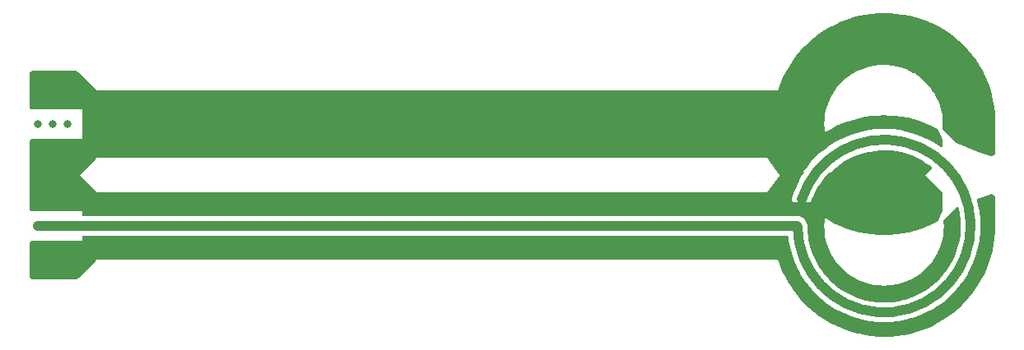
<source format=gbr>
G04 #@! TF.GenerationSoftware,KiCad,Pcbnew,8.0.4*
G04 #@! TF.CreationDate,2024-08-12T15:20:44-06:00*
G04 #@! TF.ProjectId,dual_loop_probe_fullground,6475616c-5f6c-46f6-9f70-5f70726f6265,rev?*
G04 #@! TF.SameCoordinates,Original*
G04 #@! TF.FileFunction,Copper,L2,Inr*
G04 #@! TF.FilePolarity,Positive*
%FSLAX46Y46*%
G04 Gerber Fmt 4.6, Leading zero omitted, Abs format (unit mm)*
G04 Created by KiCad (PCBNEW 8.0.4) date 2024-08-12 15:20:44*
%MOMM*%
%LPD*%
G01*
G04 APERTURE LIST*
G04 #@! TA.AperFunction,Conductor*
%ADD10C,0.100000*%
G04 #@! TD*
G04 #@! TA.AperFunction,Conductor*
%ADD11C,1.000000*%
G04 #@! TD*
G04 #@! TA.AperFunction,ComponentPad*
%ADD12R,4.190000X3.000000*%
G04 #@! TD*
G04 #@! TA.AperFunction,ViaPad*
%ADD13C,0.800000*%
G04 #@! TD*
G04 APERTURE END LIST*
D10*
X174000000Y-94500000D02*
X171000000Y-94500000D01*
X171000000Y-93500000D01*
X174000000Y-93500000D01*
X174000000Y-94500000D01*
G04 #@! TA.AperFunction,Conductor*
G36*
X174000000Y-94500000D02*
G01*
X171000000Y-94500000D01*
X171000000Y-93500000D01*
X174000000Y-93500000D01*
X174000000Y-94500000D01*
G37*
G04 #@! TD.AperFunction*
D11*
X172532511Y-93248745D02*
G75*
G02*
X172096755Y-96000000I8467489J-2751255D01*
G01*
D12*
X95500000Y-99325000D03*
X95500000Y-92675000D03*
X95500000Y-82350000D03*
X95500000Y-89000000D03*
D13*
X133000000Y-94000000D03*
X131500000Y-94000000D03*
X95500000Y-94000000D03*
X101500000Y-94000000D03*
X104500000Y-94000000D03*
X122500000Y-94000000D03*
X124000000Y-94000000D03*
X125500000Y-94000000D03*
X127000000Y-94000000D03*
X119500000Y-94000000D03*
X112000000Y-94000000D03*
X110500000Y-94000000D03*
X94000000Y-94000000D03*
X100000000Y-94000000D03*
X118000000Y-94000000D03*
X130000000Y-94000000D03*
X121000000Y-94000000D03*
X109000000Y-94000000D03*
X107500000Y-94000000D03*
X116500000Y-94000000D03*
X98500000Y-94000000D03*
X103000000Y-94000000D03*
X128500000Y-94000000D03*
X106000000Y-94000000D03*
X115000000Y-94000000D03*
X97000000Y-94000000D03*
X113500000Y-94000000D03*
X134500000Y-94000000D03*
X170500000Y-94000000D03*
X169000000Y-94000000D03*
X137500000Y-94000000D03*
X136000000Y-94000000D03*
X140500000Y-94000000D03*
X143500000Y-94000000D03*
X139000000Y-94000000D03*
X142000000Y-94000000D03*
X151000000Y-94000000D03*
X145000000Y-94000000D03*
X145000000Y-94000000D03*
X146500000Y-94000000D03*
X148000000Y-94000000D03*
X149500000Y-94000000D03*
X154000000Y-94000000D03*
X152500000Y-94000000D03*
X155500000Y-94000000D03*
X157000000Y-94000000D03*
X158500000Y-94000000D03*
X160000000Y-94000000D03*
X161500000Y-94000000D03*
X163000000Y-94000000D03*
X164500000Y-94000000D03*
X166000000Y-94000000D03*
X167500000Y-94000000D03*
X174160681Y-97491213D03*
X174635347Y-98913966D03*
X175402207Y-100202942D03*
X176426056Y-101298965D03*
X177659889Y-102151720D03*
X179047062Y-102722056D03*
X180523893Y-102983790D03*
X182022581Y-102924906D03*
X183474324Y-102548108D03*
X184812473Y-101870694D03*
X185975596Y-100923763D03*
X186910295Y-99750788D03*
X187573660Y-98405618D03*
X187935235Y-96950009D03*
X174160681Y-94508787D03*
X176189817Y-90750000D03*
X177393138Y-89793306D03*
X178759561Y-89174905D03*
X180226358Y-88861790D03*
X181726188Y-88868335D03*
X183190197Y-89194238D03*
X184551172Y-89824539D03*
X187935235Y-95500000D03*
X170892607Y-99477156D03*
X171491886Y-100883213D03*
X172285582Y-102189421D03*
X173257467Y-103369069D03*
X174387667Y-104398039D03*
X175653074Y-105255289D03*
X177027812Y-105923292D03*
X178483771Y-106388387D03*
X179991181Y-106641066D03*
X181519219Y-106676161D03*
X183036640Y-106492955D03*
X184512416Y-106095193D03*
X185916373Y-105491010D03*
X187219802Y-104692759D03*
X188396051Y-103716763D03*
X189421069Y-102582978D03*
X190273897Y-101314587D03*
X190937097Y-99937525D03*
X191397107Y-98479952D03*
X191644523Y-96971669D03*
X171000000Y-92250000D03*
X171500000Y-90750000D03*
X175653074Y-86744711D03*
X177027812Y-86076708D03*
X178483771Y-85611613D03*
X179991181Y-85358934D03*
X181519219Y-85323839D03*
X183036640Y-85507045D03*
X184512416Y-85904807D03*
X185916373Y-86508990D03*
X191397107Y-93520048D03*
X191644523Y-95028331D03*
X101500000Y-87500000D03*
X110500000Y-98000000D03*
X188451529Y-77783237D03*
X107500000Y-83500000D03*
X121000000Y-87500000D03*
X167500000Y-83500000D03*
X183474325Y-79001883D03*
X94000000Y-98000000D03*
X134500000Y-98000000D03*
X125500000Y-83500000D03*
X125500000Y-87500000D03*
X166000000Y-83500000D03*
X124000000Y-83500000D03*
X109000000Y-83500000D03*
X173000000Y-94000000D03*
X160000000Y-98000000D03*
X97007460Y-89003531D03*
X100000000Y-98000000D03*
X180523894Y-78566201D03*
X130000000Y-98000000D03*
X121000000Y-98000000D03*
X158500000Y-83500000D03*
X121000000Y-83500000D03*
X140500000Y-87500000D03*
X140500000Y-83500000D03*
X175628427Y-94707958D03*
X113500000Y-87500000D03*
X187935236Y-86000000D03*
X174000001Y-85549991D03*
X185888882Y-95045517D03*
X95500000Y-83500000D03*
X191694380Y-86426685D03*
X151000000Y-98000000D03*
X164500000Y-87500000D03*
X163000000Y-98000000D03*
X119500000Y-87500000D03*
X191452585Y-83020048D03*
X172000000Y-87500000D03*
X112000000Y-83500000D03*
X181480182Y-96186973D03*
X136000000Y-87500000D03*
X170500000Y-98000000D03*
X134500000Y-83500000D03*
X185971851Y-76008990D03*
X97000000Y-90250000D03*
X174635348Y-82636025D03*
X161500000Y-83500000D03*
X167500000Y-98000000D03*
X140500000Y-98000000D03*
X149500000Y-87500000D03*
X97000000Y-98000000D03*
X122500000Y-83500000D03*
X146500000Y-83500000D03*
X163000000Y-87500000D03*
X130000000Y-83500000D03*
X160000000Y-83500000D03*
X106000000Y-98000000D03*
X145000000Y-83500000D03*
X190329375Y-80185413D03*
X95500000Y-98000000D03*
X95500000Y-100500000D03*
X187573661Y-83144373D03*
X113500000Y-83500000D03*
X109000000Y-98000000D03*
X169000000Y-83500000D03*
X180191817Y-92566997D03*
X160000000Y-87500000D03*
X174443145Y-77101961D03*
X94000000Y-100500000D03*
X130000000Y-87500000D03*
X166000000Y-87500000D03*
X179952568Y-96136716D03*
X103000000Y-83500000D03*
X115000000Y-87500000D03*
X137500000Y-98000000D03*
X128500000Y-98000000D03*
X119500000Y-83500000D03*
X155500000Y-87500000D03*
X100000000Y-83500000D03*
X94000000Y-87750000D03*
X142000000Y-83500000D03*
X118000000Y-87500000D03*
X107500000Y-87500000D03*
X137500000Y-87500000D03*
X151000000Y-87500000D03*
X98500000Y-83500000D03*
X149500000Y-98000000D03*
X142000000Y-98000000D03*
X94000000Y-90250000D03*
X145000000Y-83500000D03*
X152500000Y-87500000D03*
X98500000Y-87500000D03*
X118000000Y-83500000D03*
X109000000Y-87500000D03*
X183158444Y-92260427D03*
X145000000Y-98000000D03*
X157000000Y-83500000D03*
X155500000Y-98000000D03*
X182022582Y-78625085D03*
X170500000Y-87500000D03*
X145000000Y-87500000D03*
X164500000Y-83500000D03*
X152500000Y-98000000D03*
X174000000Y-96000000D03*
X136000000Y-98000000D03*
X116500000Y-87500000D03*
X134500000Y-87500000D03*
X187275280Y-76807241D03*
X175708552Y-76244711D03*
X158500000Y-98000000D03*
X191446964Y-87934968D03*
X173000000Y-87500000D03*
X189476547Y-78917022D03*
X124000000Y-87500000D03*
X131500000Y-87500000D03*
X186910296Y-81799203D03*
X97000000Y-87750000D03*
X177083290Y-75576708D03*
X146500000Y-98000000D03*
X163000000Y-83500000D03*
X115000000Y-98000000D03*
X136000000Y-83500000D03*
X97000000Y-83500919D03*
X180046659Y-74858934D03*
X110500000Y-87500000D03*
X161500000Y-87500000D03*
X137500000Y-83500000D03*
X125500000Y-98000000D03*
X127000000Y-98000000D03*
X161500000Y-98000000D03*
X97007460Y-99253531D03*
X166000000Y-98000000D03*
X184524867Y-91642026D03*
X175402208Y-81347049D03*
X139000000Y-83500000D03*
X101500000Y-83500000D03*
X106000000Y-87500000D03*
X116500000Y-98000000D03*
X128500000Y-83500000D03*
X94000000Y-91500000D03*
X127000000Y-87500000D03*
X178539249Y-75111613D03*
X100000000Y-87500000D03*
X167500000Y-87500000D03*
X182999347Y-96018834D03*
X98500000Y-98000000D03*
X178447741Y-95869090D03*
X148000000Y-87500000D03*
X112000000Y-98000000D03*
X177366833Y-91610793D03*
X183092118Y-75007045D03*
X157000000Y-87500000D03*
X94000000Y-83500000D03*
X169000000Y-87500000D03*
X154000000Y-87500000D03*
X179047063Y-78827935D03*
X176426057Y-80251026D03*
X171000000Y-89250000D03*
X128500000Y-87500000D03*
X107500000Y-98000000D03*
X94000000Y-81000000D03*
X148000000Y-98000000D03*
X149500000Y-83500000D03*
X110500000Y-83500000D03*
X122500000Y-98000000D03*
X181574697Y-74823839D03*
X158500000Y-87500000D03*
X133000000Y-83500000D03*
X190992575Y-81562475D03*
X131500000Y-83500000D03*
X95500000Y-81000000D03*
X170948085Y-82022844D03*
X97000000Y-91500000D03*
X112000000Y-87500000D03*
X104500000Y-83500000D03*
X178727808Y-92241094D03*
X154000000Y-98000000D03*
X187935236Y-84599982D03*
X172000000Y-94000000D03*
X185975597Y-80626228D03*
X127000000Y-83500000D03*
X155500000Y-83500000D03*
X146500000Y-87500000D03*
X133000000Y-87500000D03*
X118000000Y-98000000D03*
X143500000Y-87500000D03*
X177659890Y-79398271D03*
X142000000Y-87500000D03*
X148000000Y-83500000D03*
X176996468Y-95389569D03*
X104500000Y-98000000D03*
X154000000Y-83500000D03*
X172341060Y-79310579D03*
X184478999Y-95635737D03*
X181691647Y-92573542D03*
X95500000Y-90250000D03*
X131500000Y-98000000D03*
X191700001Y-84528331D03*
X106000000Y-83500000D03*
X174160682Y-84058778D03*
X164500000Y-98000000D03*
X97000000Y-100500000D03*
X122500000Y-87500000D03*
X145000000Y-87500000D03*
X103000000Y-87500000D03*
X104500000Y-87500000D03*
X101500000Y-98000000D03*
X173312945Y-78130931D03*
X124000000Y-98000000D03*
X174160682Y-87041204D03*
X113500000Y-98000000D03*
X184812474Y-79679297D03*
X170555478Y-83500000D03*
X139000000Y-98000000D03*
X119500000Y-98000000D03*
X152500000Y-83500000D03*
X184567894Y-75404807D03*
X95500000Y-87750000D03*
X151000000Y-83500000D03*
X143500000Y-83500000D03*
X95500000Y-91500000D03*
X103000000Y-98000000D03*
X143500000Y-98000000D03*
X133000000Y-98000000D03*
X139000000Y-87500000D03*
X97007194Y-92739008D03*
X116500000Y-83500000D03*
X169000000Y-98000000D03*
X115000000Y-83500000D03*
X97007194Y-82239008D03*
X145000000Y-98000000D03*
X157000000Y-98000000D03*
X97000000Y-81000000D03*
X171547364Y-80616787D03*
X97000000Y-96000000D03*
X94000000Y-96000000D03*
X95500000Y-96000632D03*
X97000000Y-85500919D03*
X95500000Y-85500919D03*
X94000000Y-85500919D03*
D11*
X97652302Y-96000000D02*
X94000000Y-96000000D01*
X98000112Y-96000000D02*
X172000000Y-96000000D01*
G04 #@! TA.AperFunction,Conductor*
G36*
X192078221Y-92729783D02*
G01*
X192112201Y-92736407D01*
X192209103Y-92769637D01*
X192239998Y-92785260D01*
X192324194Y-92843608D01*
X192349671Y-92867051D01*
X192395746Y-92922975D01*
X192423625Y-92988269D01*
X192424500Y-93003095D01*
X192424500Y-95998248D01*
X192424450Y-96001782D01*
X192406626Y-96637038D01*
X192406230Y-96644094D01*
X192352962Y-97275607D01*
X192352171Y-97282631D01*
X192263576Y-97910179D01*
X192262392Y-97917146D01*
X192138753Y-98538725D01*
X192137180Y-98545616D01*
X191978884Y-99159276D01*
X191976928Y-99166067D01*
X191784464Y-99769916D01*
X191782129Y-99776587D01*
X191556127Y-100368651D01*
X191553423Y-100375181D01*
X191294560Y-100953682D01*
X191291493Y-100960050D01*
X191000607Y-101523114D01*
X190997188Y-101529299D01*
X190675202Y-102075146D01*
X190671442Y-102081131D01*
X190319337Y-102608093D01*
X190315247Y-102613857D01*
X189934166Y-103120225D01*
X189929760Y-103125751D01*
X189520866Y-103609979D01*
X189516156Y-103615249D01*
X189080769Y-104075772D01*
X189075772Y-104080769D01*
X188615249Y-104516156D01*
X188609979Y-104520866D01*
X188125751Y-104929760D01*
X188120225Y-104934166D01*
X187613857Y-105315247D01*
X187608093Y-105319337D01*
X187081131Y-105671442D01*
X187075146Y-105675202D01*
X186529299Y-105997188D01*
X186523114Y-106000607D01*
X185960050Y-106291493D01*
X185953682Y-106294560D01*
X185375181Y-106553423D01*
X185368651Y-106556127D01*
X184776587Y-106782129D01*
X184769916Y-106784464D01*
X184166067Y-106976928D01*
X184159276Y-106978884D01*
X183545616Y-107137180D01*
X183538725Y-107138753D01*
X182917146Y-107262392D01*
X182910179Y-107263576D01*
X182282631Y-107352171D01*
X182275607Y-107352962D01*
X181644094Y-107406230D01*
X181637038Y-107406626D01*
X181148740Y-107420326D01*
X181091250Y-107408238D01*
X181076242Y-107401126D01*
X181076241Y-107401126D01*
X181076239Y-107401125D01*
X181044026Y-107401325D01*
X181042169Y-107401322D01*
X181041468Y-107401316D01*
X181039739Y-107401290D01*
X180394673Y-107386916D01*
X180387498Y-107386551D01*
X179745750Y-107335549D01*
X179738606Y-107334776D01*
X179100794Y-107247274D01*
X179093707Y-107246095D01*
X178461927Y-107122384D01*
X178454918Y-107120803D01*
X177831195Y-106961275D01*
X177824288Y-106959296D01*
X177210713Y-106764489D01*
X177203930Y-106762121D01*
X176602431Y-106532648D01*
X176595794Y-106529897D01*
X176008343Y-106266509D01*
X176001874Y-106263383D01*
X175430417Y-105966952D01*
X175424156Y-105963475D01*
X174870467Y-105634919D01*
X174864405Y-105631083D01*
X174330396Y-105271537D01*
X174324553Y-105267356D01*
X173811897Y-104877949D01*
X173806302Y-104873442D01*
X173316671Y-104455444D01*
X173311342Y-104450625D01*
X172846347Y-104005413D01*
X172841301Y-104000299D01*
X172402421Y-103529287D01*
X172397674Y-103523892D01*
X171986359Y-103028634D01*
X171981929Y-103022979D01*
X171926882Y-102948430D01*
X171599516Y-102505089D01*
X171595421Y-102499199D01*
X171594166Y-102497280D01*
X171243129Y-101960322D01*
X171239376Y-101954206D01*
X171216973Y-101915258D01*
X170975468Y-101495388D01*
X170918392Y-101396159D01*
X170914989Y-101389832D01*
X170899312Y-101358579D01*
X170626319Y-100814365D01*
X170623309Y-100807909D01*
X170367907Y-100216920D01*
X170365263Y-100210291D01*
X170155376Y-99636886D01*
X170150976Y-99621209D01*
X170150498Y-99620055D01*
X170150498Y-99620053D01*
X170142758Y-99601372D01*
X170139670Y-99593109D01*
X170131864Y-99569738D01*
X170131862Y-99569736D01*
X170130750Y-99567908D01*
X170107825Y-99544986D01*
X170106563Y-99543706D01*
X170106512Y-99543654D01*
X170104588Y-99541674D01*
X170083983Y-99520474D01*
X170083981Y-99520473D01*
X170057138Y-99510649D01*
X170052252Y-99508744D01*
X170028440Y-99498883D01*
X170022704Y-99497273D01*
X170019462Y-99496861D01*
X169998757Y-99498896D01*
X169986447Y-99499500D01*
X169041535Y-99499568D01*
X169013301Y-99499568D01*
X169013297Y-99499569D01*
X169002773Y-99503928D01*
X169000000Y-99500000D01*
X168740922Y-99500000D01*
X168740916Y-99500000D01*
X100207104Y-99500000D01*
X100000000Y-99500000D01*
X99853558Y-99646442D01*
X99853537Y-99646461D01*
X98152287Y-101347712D01*
X98139896Y-101358579D01*
X98056055Y-101422913D01*
X98027569Y-101439360D01*
X97937627Y-101476615D01*
X97905856Y-101485128D01*
X97827917Y-101495388D01*
X97801080Y-101498922D01*
X97784635Y-101500000D01*
X93508258Y-101500000D01*
X93491812Y-101498922D01*
X93387037Y-101485128D01*
X93355265Y-101476615D01*
X93265326Y-101439361D01*
X93236840Y-101422914D01*
X93159605Y-101363649D01*
X93136351Y-101340396D01*
X93101536Y-101295024D01*
X93075937Y-101228807D01*
X93075500Y-101218323D01*
X93075500Y-97781677D01*
X93095502Y-97713556D01*
X93101531Y-97704981D01*
X93136351Y-97659603D01*
X93159603Y-97636351D01*
X93236843Y-97577082D01*
X93265321Y-97560640D01*
X93355270Y-97523382D01*
X93387033Y-97514872D01*
X93468592Y-97504134D01*
X93491813Y-97501078D01*
X93508258Y-97500000D01*
X97999993Y-97500000D01*
X98000000Y-97500000D01*
X98500000Y-97500000D01*
X98500000Y-97077301D01*
X98514233Y-97045127D01*
X98573498Y-97006035D01*
X98610433Y-97000500D01*
X171032850Y-97000500D01*
X171100971Y-97020502D01*
X171147464Y-97074158D01*
X171157855Y-97110705D01*
X171179575Y-97282631D01*
X171213357Y-97550046D01*
X171213359Y-97550059D01*
X171330000Y-98161511D01*
X171330001Y-98161519D01*
X171484798Y-98764413D01*
X171484805Y-98764437D01*
X171677158Y-99356433D01*
X171906305Y-99935193D01*
X171906313Y-99935211D01*
X172111835Y-100371967D01*
X172171342Y-100498426D01*
X172345050Y-100814400D01*
X172471224Y-101043909D01*
X172471229Y-101043917D01*
X172804759Y-101569475D01*
X172804767Y-101569487D01*
X173170634Y-102073060D01*
X173170639Y-102073067D01*
X173567409Y-102552680D01*
X173567418Y-102552690D01*
X173567424Y-102552697D01*
X173694841Y-102688383D01*
X173993537Y-103006462D01*
X174133836Y-103138211D01*
X174447303Y-103432576D01*
X174447310Y-103432582D01*
X174447319Y-103432590D01*
X174569665Y-103533803D01*
X174884516Y-103794271D01*
X174926932Y-103829360D01*
X174926939Y-103829365D01*
X175430511Y-104195232D01*
X175430523Y-104195240D01*
X175943627Y-104520866D01*
X175956095Y-104528778D01*
X176501574Y-104828657D01*
X177064807Y-105093695D01*
X177643570Y-105322843D01*
X177982287Y-105432899D01*
X178235562Y-105515194D01*
X178235586Y-105515201D01*
X178838479Y-105669998D01*
X178838485Y-105669998D01*
X178838498Y-105670002D01*
X179449948Y-105786642D01*
X179885818Y-105841705D01*
X180067505Y-105864658D01*
X180067509Y-105864658D01*
X180067515Y-105864659D01*
X180688750Y-105903744D01*
X180688752Y-105903745D01*
X180688762Y-105903745D01*
X181311247Y-105903745D01*
X181311247Y-105903744D01*
X181932485Y-105864659D01*
X181932491Y-105864658D01*
X181932494Y-105864658D01*
X181932495Y-105864658D01*
X182091706Y-105844544D01*
X182550052Y-105786642D01*
X183161501Y-105670002D01*
X183161514Y-105669998D01*
X183161519Y-105669998D01*
X183764412Y-105515201D01*
X183764410Y-105515201D01*
X183764420Y-105515199D01*
X183764430Y-105515195D01*
X183764436Y-105515194D01*
X183860552Y-105483963D01*
X184356430Y-105322843D01*
X184935193Y-105093695D01*
X185498425Y-104828658D01*
X186043905Y-104528778D01*
X186043913Y-104528772D01*
X186043920Y-104528769D01*
X186372552Y-104320212D01*
X186569478Y-104195239D01*
X187073071Y-103829357D01*
X187552697Y-103432576D01*
X188006462Y-103006463D01*
X188432576Y-102552698D01*
X188829357Y-102073072D01*
X189195238Y-101569479D01*
X189528777Y-101043905D01*
X189828657Y-100498426D01*
X190093694Y-99935194D01*
X190322843Y-99356431D01*
X190515199Y-98764421D01*
X190563493Y-98576327D01*
X190669998Y-98161520D01*
X190669999Y-98161512D01*
X190670002Y-98161502D01*
X190786642Y-97550052D01*
X190848984Y-97056564D01*
X190864658Y-96932495D01*
X190864658Y-96932494D01*
X190865255Y-96923017D01*
X190903744Y-96311248D01*
X190903745Y-96311248D01*
X190903745Y-95688752D01*
X190903744Y-95688751D01*
X190899262Y-95617508D01*
X190864659Y-95067516D01*
X190864096Y-95063063D01*
X190823912Y-94744973D01*
X190786642Y-94449949D01*
X190670002Y-93838499D01*
X190669998Y-93838486D01*
X190669998Y-93838480D01*
X190545378Y-93353120D01*
X190547810Y-93282165D01*
X190588218Y-93223789D01*
X190623172Y-93203810D01*
X191816303Y-92756386D01*
X191832911Y-92751432D01*
X191941443Y-92727054D01*
X191975936Y-92724181D01*
X192078221Y-92729783D01*
G37*
G04 #@! TD.AperFunction*
G04 #@! TA.AperFunction,Conductor*
G36*
X98603553Y-91103553D02*
G01*
X98603567Y-91103568D01*
X99853537Y-92353538D01*
X99853547Y-92353547D01*
X100000000Y-92500000D01*
X168750000Y-92500000D01*
X169000000Y-92500000D01*
X170500000Y-90500000D01*
X172760668Y-90500000D01*
X172471230Y-90956081D01*
X172471225Y-90956089D01*
X172171339Y-91501580D01*
X171906314Y-92064787D01*
X171906306Y-92064805D01*
X171677153Y-92643579D01*
X171580979Y-92939573D01*
X171552331Y-93027742D01*
X171552328Y-93027754D01*
X171528410Y-93211613D01*
X171528410Y-93211617D01*
X171538684Y-93396743D01*
X171538685Y-93396750D01*
X171538686Y-93396752D01*
X171582803Y-93576846D01*
X171582804Y-93576848D01*
X171659264Y-93745770D01*
X171765452Y-93897755D01*
X171765457Y-93897762D01*
X171765459Y-93897764D01*
X171897777Y-94027659D01*
X172051709Y-94131029D01*
X172222015Y-94204353D01*
X172312146Y-94224675D01*
X172402892Y-94245136D01*
X172402891Y-94245136D01*
X172421392Y-94245819D01*
X172588188Y-94251987D01*
X172771585Y-94224675D01*
X172946841Y-94164128D01*
X173107987Y-94072409D01*
X173249536Y-93952641D01*
X173366668Y-93808903D01*
X173455394Y-93646089D01*
X173483388Y-93559932D01*
X173484783Y-93555884D01*
X173672413Y-93040702D01*
X173675706Y-93032561D01*
X173898110Y-92533862D01*
X173901977Y-92525949D01*
X174158834Y-92044065D01*
X174163234Y-92036468D01*
X174453256Y-91573815D01*
X174458191Y-91566525D01*
X174779952Y-91125376D01*
X174785392Y-91118442D01*
X175137340Y-90700926D01*
X175143216Y-90694432D01*
X175331983Y-90500000D01*
X183000000Y-90500000D01*
X184000000Y-90500000D01*
X185000000Y-90500000D01*
X185603553Y-91103553D01*
X185603567Y-91103568D01*
X186847712Y-92347712D01*
X186858579Y-92360103D01*
X186922913Y-92443944D01*
X186939360Y-92472430D01*
X186976615Y-92562372D01*
X186985128Y-92594143D01*
X186998922Y-92698917D01*
X187000000Y-92715364D01*
X187000000Y-94374658D01*
X186999154Y-94389232D01*
X186988320Y-94482269D01*
X186981625Y-94510631D01*
X186949705Y-94598698D01*
X186943944Y-94612111D01*
X186552760Y-95394480D01*
X186500000Y-95500000D01*
X186525447Y-95500000D01*
X186516288Y-95521062D01*
X186482297Y-95549577D01*
X186447840Y-95569354D01*
X186441741Y-95572635D01*
X185884877Y-95852748D01*
X185878607Y-95855688D01*
X185307246Y-96104759D01*
X185300823Y-96107351D01*
X184716607Y-96324665D01*
X184710053Y-96326901D01*
X184114773Y-96511791D01*
X184108105Y-96513662D01*
X183503602Y-96665556D01*
X183496841Y-96667059D01*
X182884880Y-96785514D01*
X182878047Y-96786643D01*
X182260493Y-96871299D01*
X182253609Y-96872050D01*
X181632354Y-96922645D01*
X181625438Y-96923017D01*
X181002348Y-96939401D01*
X180995423Y-96939393D01*
X180372355Y-96921518D01*
X180365440Y-96921129D01*
X179744310Y-96869047D01*
X179737427Y-96868279D01*
X179120090Y-96782148D01*
X179113260Y-96781003D01*
X178501581Y-96661083D01*
X178494824Y-96659564D01*
X177890680Y-96506222D01*
X177884017Y-96504335D01*
X177289188Y-96318024D01*
X177282638Y-96315773D01*
X176698958Y-96097066D01*
X176692542Y-96094459D01*
X176121747Y-95844008D01*
X176115484Y-95841052D01*
X176024768Y-95795148D01*
X175559314Y-95559618D01*
X175553223Y-95556322D01*
X175043261Y-95262015D01*
X175026842Y-95249966D01*
X175013439Y-95243843D01*
X174999838Y-95236594D01*
X174998049Y-95235495D01*
X174994093Y-95233064D01*
X174989451Y-95230212D01*
X174988818Y-95230060D01*
X174984794Y-95228670D01*
X174980540Y-95228591D01*
X174979896Y-95228517D01*
X174967935Y-95230938D01*
X174952690Y-95233064D01*
X174940539Y-95234007D01*
X174939949Y-95234251D01*
X174935863Y-95235495D01*
X174932378Y-95237930D01*
X174931806Y-95238252D01*
X174923553Y-95247242D01*
X174912467Y-95257925D01*
X174903190Y-95265830D01*
X174902851Y-95266383D01*
X174900285Y-95269781D01*
X174898896Y-95273802D01*
X174898625Y-95274393D01*
X174897234Y-95286508D01*
X174894544Y-95301673D01*
X174891685Y-95313520D01*
X174891733Y-95314128D01*
X174891285Y-95338259D01*
X174868324Y-95537945D01*
X174850969Y-96019135D01*
X174871317Y-96500194D01*
X174929244Y-96978195D01*
X174929248Y-96978216D01*
X175024393Y-97450199D01*
X175024395Y-97450207D01*
X175156179Y-97913294D01*
X175156188Y-97913322D01*
X175323805Y-98364689D01*
X175323816Y-98364715D01*
X175526226Y-98801559D01*
X175526230Y-98801567D01*
X175526235Y-98801577D01*
X175762224Y-99221280D01*
X176030329Y-99621231D01*
X176328907Y-99998978D01*
X176468419Y-100149580D01*
X176656122Y-100352204D01*
X176656131Y-100352213D01*
X177009965Y-100678735D01*
X177009972Y-100678741D01*
X177009979Y-100678747D01*
X177388298Y-100976600D01*
X177788762Y-101243938D01*
X177788765Y-101243940D01*
X177788770Y-101243943D01*
X177974152Y-101347712D01*
X178208916Y-101479123D01*
X178404926Y-101569487D01*
X178578482Y-101649500D01*
X178646185Y-101680712D01*
X179097885Y-101847469D01*
X179561249Y-101978372D01*
X180033435Y-102072618D01*
X180511547Y-102129629D01*
X180992654Y-102149056D01*
X180992658Y-102149055D01*
X180992662Y-102149056D01*
X181473790Y-102130780D01*
X181473794Y-102130779D01*
X181473807Y-102130779D01*
X181881390Y-102083164D01*
X181952047Y-102074911D01*
X181952050Y-102074910D01*
X181952054Y-102074910D01*
X181952059Y-102074908D01*
X181952071Y-102074907D01*
X182097555Y-102046230D01*
X182424463Y-101981793D01*
X182888138Y-101851997D01*
X183340236Y-101686320D01*
X183777985Y-101485776D01*
X184198700Y-101251596D01*
X184198700Y-101251595D01*
X184198707Y-101251592D01*
X184198713Y-101251588D01*
X184599787Y-100985225D01*
X184599787Y-100985224D01*
X184599802Y-100985215D01*
X184826144Y-100807888D01*
X184978810Y-100688283D01*
X184978815Y-100688278D01*
X184978831Y-100688266D01*
X185333464Y-100362572D01*
X185661525Y-100010127D01*
X185961005Y-99633094D01*
X186230065Y-99233785D01*
X186467056Y-98814647D01*
X186473159Y-98801559D01*
X186578173Y-98576327D01*
X186670526Y-98378250D01*
X186839226Y-97927272D01*
X186972123Y-97464476D01*
X187068401Y-96992700D01*
X187127469Y-96514838D01*
X187145681Y-96107351D01*
X187148967Y-96033830D01*
X187148967Y-96033819D01*
X187132762Y-95552592D01*
X187120794Y-95446280D01*
X187133050Y-95376350D01*
X187156902Y-95343096D01*
X188418672Y-94081327D01*
X188428644Y-94072366D01*
X188468508Y-94040212D01*
X188534086Y-94013015D01*
X188603960Y-94025589D01*
X188655944Y-94073944D01*
X188669237Y-94105376D01*
X188695008Y-94200615D01*
X188697017Y-94209230D01*
X188802297Y-94744973D01*
X188803697Y-94753708D01*
X188871127Y-95295519D01*
X188871911Y-95304331D01*
X188901158Y-95849538D01*
X188901322Y-95858383D01*
X188892241Y-96404318D01*
X188891783Y-96413152D01*
X188844421Y-96957077D01*
X188843345Y-96965858D01*
X188757930Y-97505141D01*
X188756240Y-97513824D01*
X188633201Y-98045770D01*
X188630906Y-98054314D01*
X188470842Y-98576327D01*
X188467953Y-98584688D01*
X188271661Y-99094169D01*
X188268193Y-99102307D01*
X188036631Y-99596771D01*
X188032600Y-99604646D01*
X187766921Y-100081631D01*
X187762348Y-100089204D01*
X187463849Y-100546381D01*
X187458756Y-100553614D01*
X187128904Y-100988735D01*
X187123315Y-100995592D01*
X186763774Y-101406462D01*
X186757719Y-101412911D01*
X186370206Y-101797570D01*
X186363712Y-101803578D01*
X185950185Y-102160081D01*
X185943286Y-102165619D01*
X185505746Y-102492241D01*
X185498476Y-102497280D01*
X185039120Y-102792381D01*
X185031514Y-102796899D01*
X184552553Y-103059059D01*
X184544648Y-103063031D01*
X184048501Y-103290924D01*
X184040338Y-103294332D01*
X183529409Y-103486857D01*
X183521026Y-103489684D01*
X182997856Y-103645882D01*
X182989296Y-103648114D01*
X182456436Y-103767222D01*
X182447740Y-103768847D01*
X181907854Y-103850270D01*
X181899066Y-103851281D01*
X181354809Y-103894621D01*
X181345971Y-103895014D01*
X180799986Y-103900059D01*
X180791143Y-103899830D01*
X180246163Y-103866554D01*
X180237357Y-103865705D01*
X179696050Y-103794271D01*
X179687326Y-103792806D01*
X179152378Y-103683569D01*
X179143778Y-103681496D01*
X178617812Y-103534992D01*
X178609379Y-103532321D01*
X178094969Y-103349267D01*
X178086744Y-103346010D01*
X177586471Y-103127325D01*
X177578501Y-103123503D01*
X177272492Y-102963285D01*
X177094779Y-102870239D01*
X177087091Y-102865863D01*
X176622349Y-102579294D01*
X176614986Y-102574389D01*
X176371619Y-102399626D01*
X176171487Y-102255910D01*
X176164503Y-102250513D01*
X175744438Y-101901696D01*
X175737836Y-101895810D01*
X175692035Y-101851997D01*
X175512977Y-101680709D01*
X175343295Y-101518390D01*
X175337131Y-101512065D01*
X174970017Y-101107863D01*
X174964320Y-101101129D01*
X174945672Y-101077452D01*
X174725186Y-100797499D01*
X174626492Y-100672187D01*
X174621266Y-100665049D01*
X174314381Y-100213481D01*
X174309669Y-100205995D01*
X174035205Y-99733976D01*
X174031036Y-99726191D01*
X173790369Y-99236074D01*
X173786756Y-99228012D01*
X173784018Y-99221280D01*
X173581081Y-98722240D01*
X173578039Y-98713937D01*
X173541871Y-98603319D01*
X173408349Y-98194949D01*
X173405908Y-98186487D01*
X173273056Y-97656888D01*
X173271206Y-97648237D01*
X173236078Y-97450207D01*
X173175841Y-97110626D01*
X173174607Y-97101903D01*
X173117196Y-96558889D01*
X173116577Y-96550071D01*
X173115339Y-96514838D01*
X173097333Y-96002220D01*
X173097255Y-95997797D01*
X173097255Y-95907293D01*
X173097255Y-95907290D01*
X173063184Y-95725027D01*
X172996203Y-95552128D01*
X172987421Y-95537945D01*
X172898591Y-95394480D01*
X172838095Y-95328119D01*
X172773675Y-95257454D01*
X172773673Y-95257453D01*
X172773671Y-95257450D01*
X172625708Y-95145715D01*
X172625707Y-95145714D01*
X172459726Y-95063065D01*
X172459721Y-95063063D01*
X172281385Y-95012322D01*
X172219841Y-95006619D01*
X172096755Y-94995214D01*
X172096754Y-94995214D01*
X172096753Y-94995214D01*
X172056295Y-94998963D01*
X172044671Y-94999500D01*
X98610433Y-94999500D01*
X98542312Y-94979498D01*
X98500000Y-94930667D01*
X98500000Y-94500000D01*
X98000002Y-94500000D01*
X93508258Y-94500000D01*
X93491812Y-94498922D01*
X93387037Y-94485128D01*
X93355265Y-94476615D01*
X93265326Y-94439361D01*
X93236840Y-94422914D01*
X93159605Y-94363649D01*
X93136351Y-94340396D01*
X93101536Y-94295024D01*
X93075937Y-94228807D01*
X93075500Y-94218323D01*
X93075500Y-90500000D01*
X98000000Y-90500000D01*
X98603553Y-91103553D01*
G37*
G04 #@! TD.AperFunction*
G04 #@! TA.AperFunction,Conductor*
G36*
X180962649Y-74076348D02*
G01*
X180977151Y-74076025D01*
X180977152Y-74076026D01*
X180996800Y-74075589D01*
X180999428Y-74075531D01*
X181002226Y-74075500D01*
X181003868Y-74075500D01*
X181004733Y-74075502D01*
X181648190Y-74079923D01*
X181655462Y-74080185D01*
X182297005Y-74121974D01*
X182304254Y-74122658D01*
X182878346Y-74193762D01*
X182942244Y-74201676D01*
X182949488Y-74202788D01*
X182958615Y-74204462D01*
X183581817Y-74318769D01*
X183588939Y-74320291D01*
X184189447Y-74466979D01*
X184213423Y-74472836D01*
X184220490Y-74474781D01*
X184835073Y-74663385D01*
X184842014Y-74665739D01*
X185444548Y-74889743D01*
X185451319Y-74892486D01*
X186039875Y-75151175D01*
X186046444Y-75154293D01*
X186618961Y-75446765D01*
X186625356Y-75450270D01*
X187179880Y-75775525D01*
X187186067Y-75779400D01*
X187720733Y-76136342D01*
X187726686Y-76140571D01*
X188239686Y-76527991D01*
X188245403Y-76532576D01*
X188735008Y-76949169D01*
X188740438Y-76954068D01*
X188851446Y-77060249D01*
X189204989Y-77398421D01*
X189210136Y-77403639D01*
X189648062Y-77874249D01*
X189652897Y-77879758D01*
X190062715Y-78375031D01*
X190067221Y-78380811D01*
X190447547Y-78899073D01*
X190451710Y-78905106D01*
X190801265Y-79444617D01*
X190805069Y-79450881D01*
X191122648Y-80009776D01*
X191126083Y-80016251D01*
X191410650Y-80592711D01*
X191413701Y-80599375D01*
X191465120Y-80720866D01*
X191650683Y-81159307D01*
X191664247Y-81191354D01*
X191666903Y-81198175D01*
X191720598Y-81348912D01*
X191882624Y-81803776D01*
X191884881Y-81810749D01*
X192065013Y-82427833D01*
X192066861Y-82434925D01*
X192210809Y-83061438D01*
X192212242Y-83068626D01*
X192319518Y-83702450D01*
X192320531Y-83709709D01*
X192390774Y-84348721D01*
X192391362Y-84356027D01*
X192412115Y-84760156D01*
X192423546Y-84982758D01*
X192424334Y-84998093D01*
X192424500Y-85004555D01*
X192424500Y-88496903D01*
X192404498Y-88565024D01*
X192395747Y-88577022D01*
X192349672Y-88632947D01*
X192324194Y-88656391D01*
X192239998Y-88714739D01*
X192209101Y-88730363D01*
X192112201Y-88763592D01*
X192078220Y-88770216D01*
X191975943Y-88775818D01*
X191941439Y-88772944D01*
X191832920Y-88748569D01*
X191816291Y-88743609D01*
X191780968Y-88730363D01*
X190510030Y-88253761D01*
X188607711Y-87540391D01*
X188595404Y-87535012D01*
X188562950Y-87518713D01*
X188518328Y-87496303D01*
X188495782Y-87481785D01*
X188428639Y-87427629D01*
X188418658Y-87418658D01*
X187067810Y-86067810D01*
X187033784Y-86005498D01*
X187031687Y-85964701D01*
X187034473Y-85939805D01*
X187034475Y-85939791D01*
X187050237Y-85461156D01*
X187039536Y-85226519D01*
X187028420Y-84982768D01*
X187028419Y-84982765D01*
X187028419Y-84982758D01*
X186969157Y-84507544D01*
X186872815Y-84038441D01*
X186739986Y-83578336D01*
X186571488Y-83130063D01*
X186368359Y-82696382D01*
X186131850Y-82279965D01*
X185944435Y-82003072D01*
X185863422Y-81883381D01*
X185863421Y-81883380D01*
X185863417Y-81883374D01*
X185604557Y-81558983D01*
X185564720Y-81509061D01*
X185564716Y-81509057D01*
X185564713Y-81509053D01*
X185237577Y-81159307D01*
X184915038Y-80864624D01*
X184884024Y-80836288D01*
X184826561Y-80791524D01*
X184506232Y-80541988D01*
X184106526Y-80278217D01*
X183993938Y-80216003D01*
X183687381Y-80046606D01*
X183687377Y-80046604D01*
X183687368Y-80046599D01*
X183251339Y-79848562D01*
X183251338Y-79848561D01*
X183251330Y-79848558D01*
X182801139Y-79685329D01*
X182801105Y-79685318D01*
X182339506Y-79557894D01*
X182339490Y-79557891D01*
X181922441Y-79477316D01*
X181869295Y-79467048D01*
X181393420Y-79413354D01*
X180914800Y-79397139D01*
X180914797Y-79397139D01*
X180914794Y-79397139D01*
X180766772Y-79403749D01*
X180436382Y-79418504D01*
X180436374Y-79418504D01*
X180436373Y-79418505D01*
X180436365Y-79418505D01*
X179961126Y-79477314D01*
X179961116Y-79477316D01*
X179491918Y-79573214D01*
X179031694Y-79705606D01*
X179031683Y-79705609D01*
X178583269Y-79873676D01*
X178583232Y-79873691D01*
X178149393Y-80076394D01*
X177732746Y-80312512D01*
X177335903Y-80580569D01*
X177335891Y-80580577D01*
X176961318Y-80878902D01*
X176961286Y-80878930D01*
X176611236Y-81205729D01*
X176611230Y-81205736D01*
X176287885Y-81558974D01*
X176287877Y-81558983D01*
X175993236Y-81936476D01*
X175993225Y-81936490D01*
X175729081Y-82335938D01*
X175729073Y-82335951D01*
X175497062Y-82754885D01*
X175497056Y-82754898D01*
X175298619Y-83190712D01*
X175298612Y-83190728D01*
X175134960Y-83640756D01*
X175134946Y-83640799D01*
X175007087Y-84102265D01*
X175007082Y-84102290D01*
X174915791Y-84572417D01*
X174861649Y-85048226D01*
X174844981Y-85526836D01*
X174865892Y-86005262D01*
X174865895Y-86005292D01*
X174890233Y-86203467D01*
X174890804Y-86227593D01*
X174893869Y-86240156D01*
X174896519Y-86254655D01*
X174898095Y-86267486D01*
X174899432Y-86271292D01*
X174899883Y-86272127D01*
X174902328Y-86275331D01*
X174912188Y-86283690D01*
X174922856Y-86293865D01*
X174931672Y-86303319D01*
X174934979Y-86305603D01*
X174935845Y-86306019D01*
X174939696Y-86307171D01*
X174939906Y-86307186D01*
X174939907Y-86307187D01*
X174952588Y-86308137D01*
X174967200Y-86310098D01*
X174979692Y-86312527D01*
X174979693Y-86312526D01*
X174979908Y-86312568D01*
X174983891Y-86312474D01*
X174984888Y-86312292D01*
X174988641Y-86310973D01*
X174988829Y-86310856D01*
X174988833Y-86310857D01*
X174999672Y-86304159D01*
X175012632Y-86297165D01*
X175024157Y-86291792D01*
X175024157Y-86291791D01*
X175026974Y-86290478D01*
X175042750Y-86278773D01*
X175547190Y-85985883D01*
X175553207Y-85982606D01*
X176103956Y-85701983D01*
X176110145Y-85699040D01*
X176675421Y-85449016D01*
X176681767Y-85446415D01*
X177259872Y-85227739D01*
X177266380Y-85225479D01*
X177855609Y-85038797D01*
X177862209Y-85036904D01*
X178460751Y-84882787D01*
X178467471Y-84881252D01*
X179073557Y-84760155D01*
X179080348Y-84758990D01*
X179692187Y-84671272D01*
X179699000Y-84670486D01*
X180314730Y-84616416D01*
X180321575Y-84616004D01*
X180939323Y-84595745D01*
X180946218Y-84595709D01*
X181564150Y-84609321D01*
X181570986Y-84609659D01*
X182187254Y-84657103D01*
X182194099Y-84657818D01*
X182806851Y-84738951D01*
X182813629Y-84740038D01*
X183421007Y-84854614D01*
X183427699Y-84856067D01*
X184027914Y-85003749D01*
X184034512Y-85005566D01*
X184625722Y-85185902D01*
X184632252Y-85188092D01*
X185212664Y-85400531D01*
X185219047Y-85403068D01*
X185786970Y-85646994D01*
X185793219Y-85649884D01*
X186346903Y-85924541D01*
X186352981Y-85927767D01*
X186475823Y-85997337D01*
X186522999Y-86045998D01*
X186653585Y-86307171D01*
X186943944Y-86887888D01*
X186949705Y-86901301D01*
X186981625Y-86989368D01*
X186988320Y-87017730D01*
X186999154Y-87110767D01*
X187000000Y-87125341D01*
X187000000Y-87746655D01*
X186979998Y-87814776D01*
X186926342Y-87861269D01*
X186856068Y-87871373D01*
X186799939Y-87848591D01*
X186625725Y-87722018D01*
X186625713Y-87722010D01*
X186094850Y-87385114D01*
X186094843Y-87385110D01*
X186094835Y-87385105D01*
X185543848Y-87082198D01*
X185543842Y-87082195D01*
X185543840Y-87082194D01*
X184974946Y-86814492D01*
X184974928Y-86814484D01*
X184390322Y-86583022D01*
X184390316Y-86583020D01*
X184390311Y-86583018D01*
X183792351Y-86388728D01*
X183792327Y-86388721D01*
X183183346Y-86232361D01*
X183183338Y-86232360D01*
X183183322Y-86232357D01*
X182920118Y-86182148D01*
X182565711Y-86114541D01*
X182565698Y-86114539D01*
X181941910Y-86035735D01*
X181314392Y-85996255D01*
X181314381Y-85996255D01*
X180685621Y-85996255D01*
X180685610Y-85996255D01*
X180058091Y-86035735D01*
X180058090Y-86035735D01*
X179434303Y-86114538D01*
X179434290Y-86114540D01*
X178816663Y-86232359D01*
X178816655Y-86232360D01*
X178207675Y-86388721D01*
X178207650Y-86388728D01*
X177609690Y-86583017D01*
X177025072Y-86814484D01*
X177025054Y-86814492D01*
X176456160Y-87082193D01*
X175905161Y-87385107D01*
X175905153Y-87385112D01*
X175374288Y-87722009D01*
X175374276Y-87722017D01*
X174865619Y-88091579D01*
X174865612Y-88091584D01*
X174381135Y-88492377D01*
X173922791Y-88922790D01*
X173492383Y-89381130D01*
X173492361Y-89381154D01*
X173091585Y-89865610D01*
X173091580Y-89865617D01*
X172722018Y-90374274D01*
X172722010Y-90374286D01*
X172385115Y-90905148D01*
X172385107Y-90905161D01*
X172385106Y-90905164D01*
X172333294Y-90999411D01*
X172332970Y-91000000D01*
X170500000Y-91000000D01*
X170030715Y-90374286D01*
X169150001Y-89200001D01*
X169150000Y-89200000D01*
X169000000Y-89000000D01*
X168750002Y-89000000D01*
X100207104Y-89000000D01*
X100000000Y-89000000D01*
X99853558Y-89146442D01*
X99853537Y-89146461D01*
X98603567Y-90396431D01*
X98603553Y-90396447D01*
X98000000Y-91000000D01*
X93075500Y-91000000D01*
X93075500Y-87281677D01*
X93095502Y-87213556D01*
X93101531Y-87204981D01*
X93136351Y-87159603D01*
X93159603Y-87136351D01*
X93236843Y-87077082D01*
X93265321Y-87060640D01*
X93355270Y-87023382D01*
X93387033Y-87014872D01*
X93468592Y-87004134D01*
X93491813Y-87001078D01*
X93508258Y-87000000D01*
X97999993Y-87000000D01*
X98000000Y-87000000D01*
X98500000Y-87000000D01*
X98500000Y-84000000D01*
X98000002Y-84000000D01*
X93508258Y-84000000D01*
X93491812Y-83998922D01*
X93387037Y-83985128D01*
X93355265Y-83976615D01*
X93265326Y-83939361D01*
X93236840Y-83922914D01*
X93159605Y-83863649D01*
X93136351Y-83840396D01*
X93101536Y-83795024D01*
X93075937Y-83728807D01*
X93075500Y-83718323D01*
X93075500Y-80281677D01*
X93095502Y-80213556D01*
X93101531Y-80204981D01*
X93136351Y-80159603D01*
X93159603Y-80136351D01*
X93236843Y-80077082D01*
X93265321Y-80060640D01*
X93355270Y-80023382D01*
X93387033Y-80014872D01*
X93468592Y-80004134D01*
X93491813Y-80001078D01*
X93508258Y-80000000D01*
X97784635Y-80000000D01*
X97801080Y-80001078D01*
X97829094Y-80004765D01*
X97905857Y-80014871D01*
X97937624Y-80023383D01*
X98027572Y-80060641D01*
X98056051Y-80077084D01*
X98133287Y-80136349D01*
X98139896Y-80141420D01*
X98152287Y-80152287D01*
X99853537Y-81853538D01*
X99853547Y-81853547D01*
X100000000Y-82000000D01*
X168740915Y-82000000D01*
X168740922Y-82000000D01*
X169000000Y-82000000D01*
X169003602Y-81994895D01*
X169019093Y-81994904D01*
X169019094Y-81994903D01*
X169031287Y-81994910D01*
X169031859Y-81994852D01*
X169923757Y-81994118D01*
X169937344Y-81996300D01*
X169937446Y-81995236D01*
X169951575Y-81996577D01*
X169951576Y-81996578D01*
X170019970Y-82003073D01*
X170084408Y-81979249D01*
X170132128Y-81929826D01*
X170142348Y-81898891D01*
X170143482Y-81895617D01*
X170148957Y-81880503D01*
X170150956Y-81875343D01*
X170151774Y-81873367D01*
X170151773Y-81873364D01*
X170153750Y-81868583D01*
X170155321Y-81862937D01*
X170363220Y-81289099D01*
X170365850Y-81282442D01*
X170398702Y-81205729D01*
X170619060Y-80691167D01*
X170622051Y-80684700D01*
X170908540Y-80108843D01*
X170911922Y-80102506D01*
X170943834Y-80046599D01*
X171230781Y-79543893D01*
X171234480Y-79537822D01*
X171584683Y-78998257D01*
X171588733Y-78992392D01*
X171969092Y-78473706D01*
X171973478Y-78468068D01*
X172382811Y-77971872D01*
X172387491Y-77966519D01*
X172824433Y-77494472D01*
X172829410Y-77489393D01*
X173292575Y-77042990D01*
X173297826Y-77038211D01*
X173785645Y-76618966D01*
X173791179Y-76614477D01*
X174302115Y-76223710D01*
X174307899Y-76219543D01*
X174840252Y-75858551D01*
X174846271Y-75854714D01*
X175398351Y-75524643D01*
X175404598Y-75521146D01*
X175974563Y-75223096D01*
X175980983Y-75219968D01*
X176567037Y-74954877D01*
X176573648Y-74952111D01*
X177173821Y-74720871D01*
X177180572Y-74718489D01*
X177792995Y-74521818D01*
X177799817Y-74519840D01*
X178422452Y-74358398D01*
X178429437Y-74356798D01*
X179060216Y-74231118D01*
X179067277Y-74229918D01*
X179704232Y-74140390D01*
X179711355Y-74139596D01*
X180352328Y-74086524D01*
X180359479Y-74086136D01*
X180773563Y-74075541D01*
X180776786Y-74075500D01*
X180956880Y-74075500D01*
X180962649Y-74076348D01*
G37*
G04 #@! TD.AperFunction*
G04 #@! TA.AperFunction,Conductor*
G36*
X181179535Y-88199477D02*
G01*
X181724033Y-88231078D01*
X181732900Y-88231908D01*
X182273823Y-88302094D01*
X182282598Y-88303551D01*
X182817127Y-88411956D01*
X182825815Y-88414041D01*
X183351323Y-88560130D01*
X183359800Y-88562814D01*
X183830144Y-88730363D01*
X183873597Y-88745842D01*
X183881917Y-88749144D01*
X184381398Y-88968177D01*
X184389436Y-88972048D01*
X184872105Y-89225993D01*
X184879853Y-89230427D01*
X185343295Y-89518013D01*
X185350728Y-89523000D01*
X185511160Y-89639103D01*
X185792557Y-89842746D01*
X185799612Y-89848244D01*
X185885742Y-89920425D01*
X185925105Y-89979509D01*
X185926276Y-90050496D01*
X185893907Y-90106091D01*
X185603555Y-90396444D01*
X185603553Y-90396447D01*
X185000000Y-91000000D01*
X184000000Y-91000000D01*
X183000000Y-91000000D01*
X175015781Y-91000000D01*
X175237748Y-90739122D01*
X175243763Y-90732540D01*
X175625833Y-90343258D01*
X175632297Y-90337125D01*
X176041011Y-89975980D01*
X176047880Y-89970331D01*
X176481239Y-89639089D01*
X176488501Y-89633936D01*
X176944273Y-89334306D01*
X176951879Y-89329685D01*
X177427769Y-89063174D01*
X177435676Y-89059108D01*
X177929292Y-88827055D01*
X177937488Y-88823552D01*
X178446321Y-88627137D01*
X178454737Y-88624227D01*
X178976228Y-88464436D01*
X178984856Y-88462124D01*
X179516370Y-88339763D01*
X179525124Y-88338073D01*
X180063993Y-88253758D01*
X180072835Y-88252694D01*
X180616330Y-88206851D01*
X180625249Y-88206417D01*
X181170619Y-88199277D01*
X181179535Y-88199477D01*
G37*
G04 #@! TD.AperFunction*
M02*

</source>
